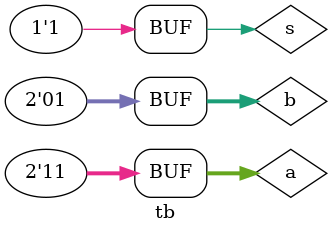
<source format=v>
 module tb();
 reg s;
 reg[1:0] a,b;
 wire[1:0] y;

 mux dut (
    .a(a),
    .b(b),
    .s(s),
    .y(y)
 );
 initial begin
    a<= 2'b11;
    b<= 2'b01;
    #100;
    s<=1'b0;
    #100;
    s<=1'b1;
    #100;
 end
 initial begin 
 $dumpfile("dump1 .vcd");
 $dumpvars(0, tb);
 end;
 endmodule
</source>
